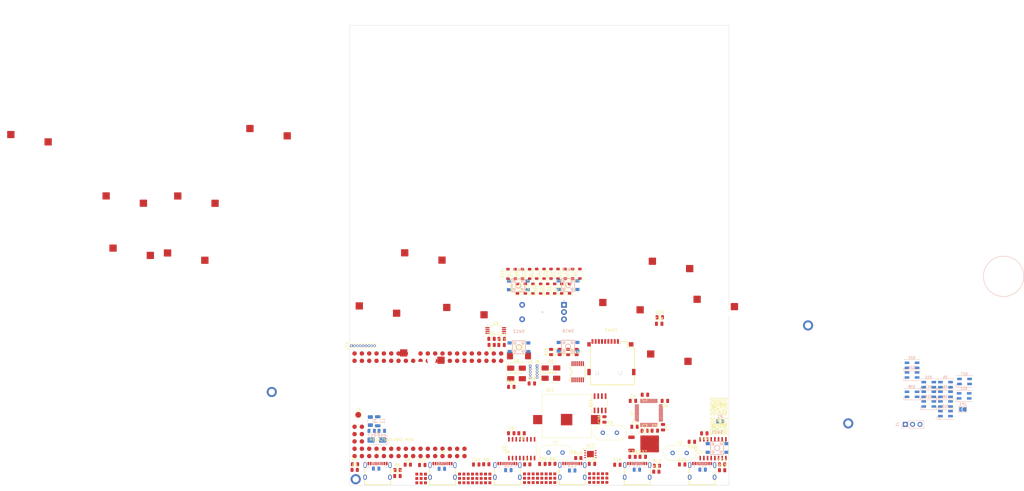
<source format=kicad_pcb>
(kicad_pcb (version 20240108) (generator "pcbnew") (generator_version "8.0")
  (title_block (title "OSCR HW5") (date "2022-06-19") (rev "5"))
  (layers (0 "F.Cu" signal) (31 "B.Cu" signal) (34 "B.Paste" user) (35 "F.Paste" user) (36 "B.SilkS" user "B.Silkscreen") (37 "F.SilkS" user "F.Silkscreen") (38 "B.Mask" user) (39 "F.Mask" user) (44 "Edge.Cuts" user))
  (property "Revision" "42")
  (net 0 "")
  (net 1 "D30")
  (net 2 "D31")
  (net 3 "D28")
  (net 4 "D29")
  (net 5 "D26")
  (net 6 "D27")
  (net 7 "D24")
  (net 8 "D25")
  (net 9 "D22")
  (net 10 "D23")
  (net 11 "D20")
  (net 12 "D21")
  (net 13 "D16")
  (net 14 "D17")
  (net 15 "D14")
  (net 16 "D15")
  (net 17 "D8")
  (net 18 "D9")
  (net 19 "D6")
  (net 20 "D7")
  (net 21 "D4")
  (net 22 "D5")
  (net 23 "D2")
  (net 24 "D3")
  (net 25 "D0")
  (net 26 "D1")
  (net 27 "RESET")
  (net 28 "+3.3VA")
  (net 29 "VCC")
  (net 30 "D46")
  (net 31 "D47")
  (net 32 "D44")
  (net 33 "D45")
  (net 34 "D42")
  (net 35 "D43")
  (net 36 "D40")
  (net 37 "D41")
  (net 38 "D38")
  (net 39 "D36")
  (net 40 "D37")
  (net 41 "D34")
  (net 42 "D32")
  (net 43 "D33")
  (net 44 "A14")
  (net 45 "A15")
  (net 46 "A12")
  (net 47 "A13")
  (net 48 "A10")
  (net 49 "A11")
  (net 50 "A8")
  (net 51 "A9")
  (net 52 "A6")
  (net 53 "A7")
  (net 54 "A4")
  (net 55 "A5")
  (net 56 "A2")
  (net 57 "A3")
  (net 58 "A0")
  (net 59 "A1")
  (net 60 "+3V3")
  (net 61 "+5V")
  (net 62 "D35")
  (net 63 "D49")
  (net 64 "D48")
  (net 65 "CLK2")
  (net 66 "CLK1")
  (net 67 "CLK0")
  (net 68 "Net-(D33-K)")
  (net 69 "+BATT")
  (net 70 "CIC DATA 0")
  (net 71 "CIC DATA 1")
  (net 72 "CIC RESET")
  (net 73 "/D-")
  (net 74 "/D+")
  (net 75 "/DA+")
  (net 76 "/DA-")
  (net 77 "/D3+")
  (net 78 "/D4+")
  (net 79 "/D1+")
  (net 80 "/D1-")
  (net 81 "/D2+")
  (net 82 "/D5+")
  (net 83 "/D6+")
  (net 84 "EncB")
  (net 85 "EncA")
  (net 86 "+12V")
  (net 87 "NRST")
  (net 88 "Net-(D3-K)")
  (net 89 "row1")
  (net 90 "Net-(D4-K)")
  (net 91 "Net-(D12-DOUT)")
  (net 92 "Net-(D11-K)")
  (net 93 "Net-(D12-DIN)")
  (net 94 "Net-(D14-K)")
  (net 95 "Net-(D21-K)")
  (net 96 "Net-(D26-K)")
  (net 97 "Net-(D31-K)")
  (net 98 "D7-")
  (net 99 "D7+")
  (net 100 "BOOT0")
  (net 101 "col0")
  (net 102 "col1")
  (net 103 "col2")
  (net 104 "col3")
  (net 105 "col4")
  (net 106 "col5")
  (net 107 "col6")
  (net 108 "col7")
  (net 109 "col8")
  (net 110 "col9")
  (net 113 "GND")
  (net 115 "Net-(J7-CC1)")
  (net 116 "Net-(J7-CC2)")
  (net 120 "Net-(J8-CC2)")
  (net 121 "Net-(J8-CC1)")
  (net 123 "Net-(J9-CC1)")
  (net 124 "Net-(J9-CC2)")
  (net 126 "Net-(J10-CC2)")
  (net 128 "Net-(J10-CC1)")
  (net 132 "Net-(J12-CC2)")
  (net 133 "Net-(J12-CC1)")
  (net 134 "Net-(U2-VDD3)")
  (net 135 "Net-(U2-VDD18)")
  (net 136 "Net-(U3-VDD3)")
  (net 137 "Net-(U3-VDD18)")
  (net 138 "Net-(D1-K)")
  (net 139 "Net-(D2-K)")
  (net 140 "Net-(D5-DIN)")
  (net 141 "Net-(D5-DOUT)")
  (net 142 "Net-(D10-DIN)")
  (net 143 "Net-(D7-K)")
  (net 144 "Net-(D9-K)")
  (net 145 "Net-(D10-DOUT)")
  (net 146 "Net-(D13-K)")
  (net 147 "Net-(D15-DOUT)")
  (net 148 "Net-(D16-K)")
  (net 149 "Net-(D17-DIN)")
  (net 150 "Net-(D18-K)")
  (net 151 "Net-(D19-DOUT)")
  (net 152 "Net-(D20-K)")
  (net 153 "Net-(D22-DIN)")
  (net 154 "Net-(D23-K)")
  (net 155 "Net-(D24-DOUT)")
  (net 156 "Net-(D25-K)")
  (net 157 "Net-(D27-DIN)")
  (net 158 "Net-(D29-K)")
  (net 174 "Net-(J11-CC1)")
  (net 176 "Net-(J11-CC2)")
  (net 177 "Net-(U9-ILIM)")
  (net 202 "Net-(U2-XIN)")
  (net 203 "Net-(U3-XIN)")
  (net 207 "Net-(U11-x2)")
  (net 209 "Net-(U11-x1)")
  (net 210 "+5.0V")
  (net 211 "Net-(Card1-DAT2)")
  (net 212 "Net-(Card1-DAT1)")
  (net 213 "Net-(Card1-DAT0)")
  (net 214 "Net-(Card1-CLX)")
  (net 215 "Net-(Card1-CD{slash}DAT3)")
  (net 216 "Net-(Card1-CMD)")
  (net 217 "Net-(Card1-CD)")
  (net 218 "Net-(U13-4A)")
  (net 219 "Net-(U13-3A)")
  (net 220 "Net-(U13-1A)")
  (net 221 "Net-(U13-2A)")
  (net 222 "D50")
  (net 223 "D53")
  (net 224 "D51")
  (net 225 "D52")
  (footprint "Diode_SMD:D_SOD-123" (layer "F.Cu") (at 89.66 116.35 90)
    (property "Reference" "D14")
    (property "Value" "1N4148W")
  )
  (footprint "Capacitor_SMD:C_0805_2012Metric" (layer "F.Cu") (at 137.53 182.44)
    (property "Reference" "C30")
    (property "Value" "1uF")
  )
  (footprint "Capacitor_SMD:C_0805_2012Metric" (layer "F.Cu") (at 78.3 155.55)
    (property "Reference" "C25")
    (property "Value" "10uf")
  )
  (footprint "Capacitor_SMD:C_0805_2012Metric" (layer "F.Cu") (at 71.4525 138.9)
    (property "Reference" "C34")
    (property "Value" "10u")
  )
  (footprint "Resistor_SMD:R_0805_2012Metric" (layer "F.Cu") (at 151.3575 182.4)
    (property "Reference" "R14")
    (property "Value" "10K")
  )
  (footprint "Diode_SMD:D_SOD-123" (layer "F.Cu") (at 94.5 116.35 90)
    (property "Reference" "D1")
    (property "Value" "1N4148W")
  )
  (footprint "Capacitor_SMD:C_0805_2012Metric" (layer "F.Cu") (at 78.29 171.63)
    (property "Reference" "C9")
    (property "Value" "10uF")
  )
  (footprint "Resistor_SMD:R_0805_2012Metric" (layer "F.Cu") (at 71.5025 141.01 180)
    (property "Reference" "R2")
    (property "Value" "560R")
  )
  (footprint "Capacitor_SMD:C_0805_2012Metric" (layer "F.Cu") (at 120.48 160.4)
    (property "Reference" "C4")
    (property "Value" "100nF")
  )
  (footprint "Capacitor_SMD:C_0805_2012Metric" (layer "F.Cu") (at 110.59 166.85 90)
    (property "Reference" "C38")
    (property "Value" "0.1u")
  )
  (footprint "Resistor_SMD:R_0805_2012Metric" (layer "F.Cu") (at 83.83 182.41)
    (property "Reference" "R7")
    (property "Value" "10K")
  )
  (footprint "TestPoint:TestPoint_Pad_D2.0mm" (layer "F.Cu") (at 25.26 165.25)
    (property "Reference" "J4")
    (property "Value" "5V USB")
  )
  (footprint "Capacitor_SMD:C_0805_2012Metric" (layer "F.Cu") (at 131.54 160.42 180)
    (property "Reference" "C6")
    (property "Value" "10uF")
  )
  (footprint "Resistor_SMD:R_0805_2012Metric" (layer "F.Cu") (at 24.13 182.37)
    (property "Reference" "R4")
    (property "Value" "10K")
  )
  (footprint "Diode_SMD:D_SOD-123" (layer "F.Cu") (at 83.18 121.5 90)
    (property "Reference" "D20")
    (property "Value" "1N4148W")
  )
  (footprint "LOGO" (layer "F.Cu") (at 150.27 162.3)
    (property "Reference" "G***")
    (property "Value" "LOGO" (hide yes))
  )
  (footprint "Capacitor_SMD:C_0805_2012Metric" (layer "F.Cu") (at 89.07 182.27)
    (property "Reference" "C20")
    (property "Value" "1uF")
  )
  (footprint "Capacitor_SMD:C_0805_2012Metric" (layer "F.Cu") (at 129.77 131.43)
    (property "Reference" "C29")
    (property "Value" "100nF")
  )
  (footprint "!MiniReader:TF-SMD_TF-PUSH" (layer "F.Cu") (at 113 145.11)
    (property "Reference" "Card1")
    (property "Value" "TF PUSH")
  )
  (footprint "Capacitor_SMD:C_0805_2012Metric" (layer "F.Cu") (at 85.43 154.36)
    (property "Reference" "C26")
    (property "Value" "10uf")
  )
  (footprint "Resistor_SMD:R_0805_2012Metric" (layer "F.Cu") (at 98.01 143.4625 90)
    (property "Reference" "R17")
    (property "Value" "3.3K")
  )
  (footprint "Capacitor_SMD:C_0805_2012Metric" (layer "F.Cu") (at 115.08 182.55)
    (property "Reference" "C18")
    (property "Value" "1uF")
  )
  (footprint "Diode_SMD:D_SMA" (layer "F.Cu") (at 92.03 152.57)
    (property "Reference" "U5")
    (property "Value" "SMAJ8.0CA-TP")
  )
  (footprint "Capacitor_SMD:C_0805_2012Metric" (layer "F.Cu") (at 123.885 179.795)
    (property "Reference" "C37")
    (property "Value" "22uf")
  )
  (footprint "Diode_SMD:D_SMA" (layer "F.Cu") (at 80.13 152.72)
    (property "Reference" "U7")
    (property "Value" "SMAJ8.0CA-TP")
  )
  (footprint "Diode_SMD:D_SOD-123" (layer "F.Cu") (at 85.81 121.5 90)
    (property "Reference" "D23")
    (property "Value" "1N4148W")
  )
  (footprint "Resistor_SMD:R_0805_2012Metric" (layer "F.Cu") (at 128.58 184.96)
    (property "Reference" "R11")
    (property "Value" "10K")
  )
  (footprint "!MiniReader:TSSOP-14_L5.0-W4.4-P0.65-LS6.4-BL" (layer "F.Cu") (at 101.34 150.3)
    (property "Reference" "U13")
    (property "Value" "74LVC125APW,118")
  )
  (footprint "Resistor_SMD:R_0805_2012Metric" (layer "F.Cu") (at 92.11 143.4625 90)
    (property "Reference" "R15")
    (property "Value" "3.3K")
  )
  (footprint "!MiniReader:USB-C-SMD_TYPE-C-6PIN-2MD-073" (layer "F.Cu") (at 144.44 184.49)
    (property "Reference" "J11")
    (property "Value" "SHOUHANTYPE-C16PIN2MD-073")
  )
  (footprint "Diode_SMD:D_SOD-123" (layer "F.Cu") (at 97.03 116.35 90)
    (property "Reference" "D31")
    (property "Value" "1N4148W")
  )
  (footprint "!MiniReader:USB-C-SMD_TYPE-C-6PIN-2MD-073" (layer "F.Cu") (at 54.45 184.5)
    (property "Reference" "J8")
    (property "Value" "SHOUHANTYPE-C16PIN2MD-073")
  )
  (footprint "Package_TO_SOT_SMD:TO-252-2" (layer "F.Cu") (at 125 175.3025)
    (property "Reference" "U10")
    (property "Value" "UZ1085L-33-TN3-R")
  )
  (footprint "Capacitor_SMD:C_0805_2012Metric" (layer "F.Cu") (at 38.84 186.46)
    (property "Reference" "C12")
    (property "Value" "1uF")
  )
  (footprint "Package_SO:SOIC-16_4.55x10.3mm_P1.27mm" (layer "F.Cu") (at 81.92 176.98 90)
    (property "Reference" "U2")
    (property "Value" "SL2.1A")
  )
  (footprint "Capacitor_SMD:C_0805_2012Metric" (layer "F.Cu") (at 74.9325 141.03)
    (property "Reference" "C27")
    (property "Value" "0.1u")
  )
  (footprint "Diode_SMD:D_SOD-123" (layer "F.Cu") (at 77.15 116.4 90)
    (property "Reference" "D16")
    (property "Value" "1N4148W")
  )
  (footprint "Resistor_SMD:R_0805_2012Metric" (layer "F.Cu") (at 128.78 182.9)
    (property "Reference" "R12")
    (property "Value" "10K")
  )
  (footprint "Capacitor_SMD:C_0805_2012Metric" (layer "F.Cu") (at 140.9 174.59 180)
    (property "Reference" "C11")
    (property "Value" "10uF")
  )
  (footprint "!MiniReader:USB-C-SMD_TYPE-C-6PIN-2MD-073" (layer "F.Cu") (at 99.44 184.49)
    (property "Reference" "J10")
    (property "Value" "SHOUHANTYPE-C16PIN2MD-073")
  )
  (footprint "Capacitor_Tantalum_SMD:CP_EIA-7343-31_Kemet-D" (layer "F.Cu") (at 80.9825 144.73)
    (property "Reference" "C36")
    (property "Value" "470u")
  )
  (footprint "Resistor_SMD:R_0805_2012Metric" (layer "F.Cu") (at 24.03 184.33)
    (property "Reference" "R3")
    (property "Value" "10K")
  )
  (footprint "!MiniReader:USB-C-SMD_TYPE-C-6PIN-2MD-073" (layer "F.Cu") (at 31.94 184.5)
    (property "Reference" "J7")
    (property "Value" "SHOUHANTYPE-C16PIN2MD-073")
  )
  (footprint "Diode_SMD:D_SMA" (layer "F.Cu") (at 80.11 149.07)
    (property "Reference" "U8")
    (property "Value" "SMAJ8.0CA-TP")
  )
  (footprint "Diode_SMD:D_SOD-123" (layer "F.Cu") (at 102.08 116.35 90)
    (property "Reference" "D2")
    (property "Value" "1N4148W")
  )
  (footprint "Package_SO:SOIC-8_3.9x4.9mm_P1.27mm" (layer "F.Cu") (at 109.075 161.245 90)
    (property "Reference" "U11")
    (property "Value" "DS1307DTR(XBLW)")
  )
  (footprint "Diode_SMD:D_SOD-123" (layer "F.Cu") (at 84.67 116.4 90)
    (property "Reference" "D13")
    (property "Value" "1N4148W")
  )
  (footprint "Resistor_SMD:R_0805_2012Metric" (layer "F.Cu") (at 69.63 182.37)
    (property "Reference" "R8")
    (property "Value" "10K")
  )
  (footprint "Diode_SMD:D_SOD-123" (layer "F.Cu") (at 79.69 116.4 90)
    (property "Reference" "D7")
    (property "Value" "1N4148W")
  )
  (footprint "Diode_SMD:D_SMA" (layer "F.Cu") (at 92.06 149)
    (property "Reference" "U6")
    (property "Value" "SMAJ8.0CA-TP")
  )
  (footprint "Resistor_SMD:R_0805_2012Metric" (layer "F.Cu") (at 101.5275 180.22)
    (property "Reference" "R10")
    (property "Value" "10K")
  )
  (footprint "Capacitor_SMD:C_0805_2012Metric" (layer "F.Cu") (at 47.45 182.63)
    (property "Reference" "C22")
    (property "Value" "1uF")
  )
  (footprint "!MiniReader:USB-C-SMD_TYPE-C-6PIN-2MD-073" (layer "F.Cu") (at 121.94 184.49)
    (property "Reference" "J12")
    (property "Value" "SHOUHANTYPE-C16PIN2MD-073")
  )
  (footprint "Diode_SMD:D_SOD-123" (layer "F.Cu") (at 93.35 121.5 90)
    (property "Reference" "D3")
    (property "Value" "1N4148W")
  )
  (footprint "Capacitor_SMD:C_0805_2012Metric" (layer "F.Cu") (at 130.9 169.54 -90)
    (property "Reference" "C7")
    (property "Value" "100nF")
  )
  (footprint "Capacitor_SMD:C_0805_2012Metric" (layer "F.Cu") (at 129.57 133.68)
    (property "Reference" "C28")
    (property "Value" "100nF")
  )
  (footprint "Capacitor_SMD:C_0805_2012Metric" (layer "F.Cu") (at 66.15 182.46)
    (property "Reference" "C14")
    (property "Value" "1uF")
  )
  (footprint "Diode_SMD:D_SOD-123" (layer "F.Cu") (at 80.44 121.5 90)
    (property "Reference" "D18")
    (property "Value" "1N4148W")
  )
  (footprint "Capacitor_SMD:C_0805_2012Metric" (layer "F.Cu") (at 120.325 179.795)
    (property "Reference" "C35")
    (property "Value" "22uf")
  )
  (footprint "LOGO" (layer "F.Cu") (at 150.28 169.16)
    (property "Reference" "G***")
    (property "Value" "LOGO" (hide yes))
  )
  (footprint "Package_DFN_QFN:DFN-8-1EP_4x4mm_P0.8mm_EP2.39x2.21mm" (layer "F.Cu") (at 105.715 178.86)
    (property "Reference" "U12")
    (property "Value" "snesCIC PIC12F629T-E/MF1")
  )
  (footprint "Crystal:Crystal_HC49-4H_Vertical" (layer "F.Cu") (at 110.03 171.46)
    (property "Reference" "Y3")
    (property "Value" "32.768mhz")
  )
  (footprint "!OSCR:CR1616" (layer "F.Cu") (at 97.48 166.9)
    (property "Reference" "BT1")
    (property "Value" "CR1616")
  )
  (footprint "MountingHole:MountingHole_2.2mm_M2_ISO7380_Pad" (layer "F.Cu") (at 195.1 168.21 180)
    (property "Reference" "M2_4" (hide yes))
    (property "Value" "Screw_Terminal_01x01")
  )
  (footprint "Diode_SMD:D_SOD-123" (layer "F.Cu") (at 87.13 116.35 90)
    (property "Reference" "D11")
    (property "Value" "1N4148W")
  )
  (footprint "Diode_SMD:D_SOD-123" (layer "F.Cu") (at 92.08 116.35 90)
    (property "Reference" "D26")
    (property "Value" "1N4148W")
  )
  (footprint "Diode_SMD:D_SOD-123" (layer "F.Cu") (at 98.49 121.5075 90)
    (property "Reference" "D33")
    (property "Value" "1N4148W")
  )
  (footprint "!MiniReader:Secondary_Board_Connector" (layer "F.Cu") (at 54.37 189.74)
    (property "Reference" "J3" (hide yes))
    (property "Value" "Conn_02x36" (hide yes))
  )
  (footprint "Resistor_SMD:R_0805_2012Metric" (layer "F.Cu") (at 151.38 184.44)
    (property "Reference" "R13")
    (property "Value" "10K")
  )
  (footprint "Connector_PinHeader_1.00mm:PinHeader_1x05_P1.00mm_Vertical" (layer "F.Cu") (at 84.87 148.33)
    (property "Reference" "J5")
    (property "Value" "Conn_01x05")
  )
  (footprint "Connector_PinHeader_1.00mm:PinHeader_1x05_P1.00mm_Vertical" (layer "F.Cu") (at 87.24 148.29)
    (property "Reference" "J6")
    (property "Value" "Conn_01x05")
  )
  (footprint "Resistor_SMD:R_0805_2012Metric" (layer "F.Cu") (at 95.06 143.4625 90)
    (property "Reference" "R16")
    (property "Value" "3.3K")
  )
  (footprint "!MiniReader:MEGA2560_PRO_EMBED_SMD" (layer "F.Cu") (at 49.38 145.125)
    (property "Reference" "J2" (hide yes))
    (property "Value" "MEGA BOTTOM")
  )
  (footprint "Crystal:Crystal_HC49-4H_Vertical" (layer "F.Cu") (at 134.22 178.47)
    (property "Reference" "Y2")
    (property "Value" "12mhz")
  )
  (footprint "Capacitor_SMD:C_0805_2012Metric" (layer "F.Cu") (at 121.02 169.38)
    (property "Reference" "C1")
    (property "Value" "100nF")
  )
  (footprint "Resistor_SMD:R_0805_2012Metric" (layer "F.Cu") (at 100.96 143.4625 90)
    (property "Reference" "R18")
    (property "Value" "3.3K")
  )
  (footprint "Diode_SMD:D_SOD-123" (layer "F.Cu") (at 88.51 121.5 90)
    (property "Reference" "D29")
    (property "Value" "1N4148W")
  )
  (footprint "Capacitor_SMD:C_0805_2012Metric" (layer "F.Cu") (at 128.05 170.74)
    (property "Reference" "C5")
    (property "Value" "100nF")
  )
  (footprint "Capacitor_SMD:C_0805_2012Metric" (layer "F.Cu") (at 74.9725 138.93)
    (property "Reference" "C23")
    (property "Value" "0.1u")
  )
  (footprint "!MiniReader:USB-C-SMD_TYPE-C-6PIN-2MD-073" (layer "F.Cu") (at 76.94 184.5)
    (property "Reference" "J9")
    (property "Value" "SHOUHANTYPE-C16PIN2MD-073")
  )
  (footprint "MountingHole:MountingHole_2.2mm_M2_ISO7380_Pad" (layer "F.Cu") (at 181.17 134.25 180)
    (property "Reference" "M2_2" (hide yes))
    (property "Value" "Screw_Terminal_01x01")
  )
  (footprint "Capacitor_SMD:C_0805_2012Metric" (layer "F.Cu") (at 124.57 170.77)
    (property "Reference" "C3")
    (property "Value" "100nF")
  )
  (footprint "Package_SO:TSSOP-8_4.4x3mm_P0.65mm" (layer "F.Cu") (at 72.91 136.01)
    (property "Reference" "U9")
    (property "Value" "TPS2113PW")
  )
  (footprint "Crystal:Crystal_HC49-4H_Vertical" (layer "F.Cu") (at 91.2 178.33)
    (property "Reference" "Y1")
    (property "Value" "12mhz")
  )
  (footprint "Resistor_SMD:R_0805_2012Metric" (layer "F.Cu") (at 38.8875 184.37)
    (property "Reference" "R5")
    (property "Value" "10K")
  )
  (footprint "Diode_SMD:D_SOD-123" (layer "F.Cu") (at 82.18 116.4 90)
    (property "Reference" "D9")
    (property "Value" "1N4148W")
  )
  (footprint "Capacitor_SMD:C_0805_2012Metric" (layer "F.Cu") (at 81.85 171.63 180)
    (property "Reference" "C8")
    (property "Value" "10uF")
  )
  (footprint "Capacitor_SMD:C_0805_2012Metric" (layer "F.Cu") (at 124.63 158.29 180)
    (property "Reference" "C2")
    (property "Value" "100nF")
  )
  (footprint "Diode_SMD:D_SOD-123" (layer "F.Cu") (at 99.56 116.35 90)
    (property "Reference" "D21")
    (property "Value" "1N4148W")
  )
  (footprint "Connector_PinHeader_1.00mm:PinHeader_1x09_P1.00mm_Vertical" (layer "F.Cu") (at 22.93 141.31 90)
    (property "Reference" "J14")
    (property "Value" "Conn_01x09")
  )
  (footprint "Diode_SMD:D_SOD-123" (layer "F.Cu") (at 95.78 121.5 90)
    (property "Reference" "D4")
    (property "Value" "1N4148W")
  )
  (footprint "Resistor_SMD:R_0805_2012Metric" (layer "F.Cu") (at 92.54 182.22)
    (property "Reference" "R9")
    (property "Value" "10K")
  )
  (footprint "Package_QFP:LQFP-48_7x7mm_P0.5mm" (layer "F.Cu") (at 126 164.59 90)
    (property "Reference" "U1")
    (property "Value" "STM32F072CBT6")
  )
  (footprint "Capacitor_SMD:C_0805_2012Metric" (layer "F.Cu") (at 145.2 171.66 180)
    (property "Reference" "C10")
    (property "Value" "10uF")
  )
  (footprint "Package_SO:SOIC-16_4.55x10.3mm_P1.27mm" (layer "F.Cu") (at 148.24 176.99 90)
    (property "Reference" "U3")
    (property "Value" "SL2.1A")
  )
  (footprint "Capacitor_SMD:C_0805_2012Metric" (layer "F.Cu") (at 106.27 182.24)
    (property "Reference" "C39")
    (property "Value" "C_Small_0.1uf")
  )
  (footprint "Diode_SMD:D_SOD-123" (layer "F.Cu") (at 90.93 121.5 90)
    (property "Reference" "D25")
    (property "Value" "1N4148W")
  )
  (footprint "Resistor_SMD:R_0805_2012Metric" (layer "F.Cu") (at 42.44 182.51)
    (property "Reference" "R6")
    (property "Value" "10K")
  )
  (footprint "!MiniReader:SW-SMD_4P-L4.5-W4.5-P3.00-LS6.8" (layer "B.Cu") (at 149.65 176.73 180)
    (property "Reference" "SW21")
    (property "Value" "SKQGABE010")
  )
  (footprint "!MiniReader:LED_SK6812MINI_PLCC4_3.5x3.5mm_P1.75mm" (layer "B.Cu") (at 223.01 158.125 180)
    (property "Reference" "D17")
    (property "Value" "SK6812MINI")
  )
  (footprint "!MiniReader:LED_SK6812MINI_PLCC4_3.5x3.5mm_P1.75mm" (layer "B.Cu") (at 217.215 158.125 180)
    (property "Reference" "D28")
    (property "Value" "SK6812MINI")
  )
  (footprint "!MiniReader:RotaryEncoder_EC11_no_mp" (layer "B.Cu") (at 89.08 129.62 180)
    (property "Reference" "SW22")
    (property "Value" "Rotary_Encoder_Switch")
  )
  (footprint "MX_Hotswap:MX-Hotswap-1U" (layer "B.Cu") (at -6.45 71.08 180)
    (property "Reference" "SW19")
    (property "Value" "r1")
  )
  (footprint "MX_Hotswap:MX-Hotswap-1U" (layer "B.Cu") (at 61.78 133.1 180)
    (property "Reference" "SW7")
    (property "Value" "right")
  )
  (footprint "Capacitor_SMD:C_0805_2012Metric" (layer "B.Cu") (at 77.29 184.41 180)
    (property "Reference" "C16")
    (property "Value" "100nF")
  )
  (footprint "Connector_PinSocket_2.54mm:PinSocket_1x03_P2.54mm_Vertical" (layer "B.Cu") (at 214.875 168.55 -90)
    (property "Reference" "J1")
    (property "Value" "Conn_01x03_Female")
  )
  (footprint "!MiniReader:LED_SK6812MINI_PLCC4_3.5x3.5mm_P1.75mm" (layer "B.Cu") (at 217.215 148.075 180)
    (property "Reference" "D22")
    (property "Value" "SK6812MINI")
  )
  (footprint "!MiniReader:LED_SK6812MINI_PLCC4_3.5x3.5mm_P1.75mm" (layer "B.Cu") (at 223.01 161.475 180)
    (property "Reference" "D19")
    (property "Value" "SK6812MINI")
  )
  (footprint "MX_Hotswap:MX-Hotswap-1U" (layer "B.Cu") (at 115.875 131.38 180)
    (property "Reference" "SW13")
    (property "Value" "c")
  )
  (footprint "!MiniReader:LED_SK6812MINI_PLCC4_3.5x3.5mm_P1.75mm" (layer "B.Cu") (at 235.285 158.67 180)
    (property "Reference" "D12")
    (property "Value" "SK6812MINI")
  )
  (footprint "MX_Hotswap:MX-Hotswap-1U" (layer "B.Cu") (at 132.465 149.24 180)
    (property "Reference" "SW11")
    (property "Value" "b")
  )
  (footprint "Capacitor_SMD:C_0805_2012Metric" (layer "B.Cu") (at 54.23 183.95 180)
    (property "Reference" "C31")
    (property "Value" "100nF")
  )
  (footprint "MX_Hotswap:MX-Hotswap-1U" (layer "B.Cu") (at 31.465 132.57 180)
    (property "Reference" "SW5")
    (property "Value" "left")
  )
  (footprint "MountingHole:MountingHole_2.2mm_M2_ISO7380_Pad" (layer "B.Cu") (at -4.72 157.32)
    (property "Reference" "M2_1" (hide yes))
    (property "Value" "Screw_Terminal_01x01")
  )
  (footprint "Capacitor_SMD:C_0805_2012Metric" (layer "B.Cu") (at 144.62 184.25 180)
    (property "Reference" "C24")
    (property "Value" "100nF")
  )
  (footprint "Capacitor_SMD:C_0805_2012Metric" (layer "B.Cu") (at 99.41 184.53 180)
    (property "Reference" "C13")
    (property "Value" "100nF")
  )
  (footprint "!MiniReader:LED_SK6812MINI_PLCC4_3.5x3.5mm_P1.75mm" (layer "B.Cu") (at 228.805 154.775 180)
    (property "Reference" "D5")
    (property "Value" "SK6812MINI")
  )
  (footprint "MX_Hotswap:MX-Hotswap-1U" (layer "B.Cu") (at -56.29 94.44 180)
    (property "Reference" "SW2")
    (property "Value" "l2h")
  )
  (footprint "!MiniReader:LED_SK6812MINI_PLCC4_3.5x3.5mm_P1.75mm" (layer "B.Cu") (at 223.01 154.775 180)
    (property "Reference" "D15")
    (property "Value" "SK6812MINI")
  )
  (footprint "MX_Hotswap:MX-Hotswap-1U" (layer "B.Cu") (at -31.46 94.46 180)
    (property "Reference" "SW4")
    (property "Value" "l2l")
  )
  (footprint "!MiniReader:SW-SMD_4P-L4.5-W4.5-P3.00-LS6.8" (layer "B.Cu") (at 80.96 141.82 180)
    (property "Reference" "SW12")
    (property "Value" "SKQGABE010")
  )
  (footprint "MX_Hotswap:MX-Hotswap-1U" (layer "B.Cu") (at 47.205 114.16 180)
    (property "Reference" "SW1")
    (property "Value" "up")
  )
  (footprint "MX_Hotswap:MX-Hotswap-1U" (layer "B.Cu") (at -53.895 112.53 180)
    (property "Reference" "SW6")
    (property "Value" "r2h")
  )
  (footprint "!MiniReader:SW-SMD_4P-L4.5-W4.5-P3.00-LS6.8" (layer "B.Cu") (at 97.98 120.29 180)
    (property "Reference" "SW10")
    (property "Value" "SKQGABE010")
  )
  (footprint "MX_Hotswap:MX-Hotswap-1U" (layer "B.Cu") (at 133.055 117.09 180)
    (property "Reference" "SW15")
    (property "Value" "d")
  )
  (footprint "MX_Hotswap:MX-Hotswap-1U" (layer "B.Cu") (at 148.56 130.2748 180)
    (property "Reference" "SW9")
    (property "Value" "a")
  )
  (footprint "MX_Hotswap:MX-Hotswap-1U" (layer "B.Cu") (at -89.32 73.17 180)
    (property "Reference" "SW17")
    (property "Value" "l1")
  )
  (footprint "!MiniReader:LED_SK6812MINI_PLCC4_3.5x3.5mm_P1.75mm" (layer "B.Cu") (at 235.4 153.67 180)
    (property "Reference" "D27")
    (property "Value" "SK6812MINI")
  )
  (footprint "Capacitor_SMD:C_0805_2012Metric" (layer "B.Cu") (at 121.85 184.25 180)
    (property "Reference" "C21")
    (property "Value" "100nF")
  )
  (footprint "MountingHole:MountingHole_2.2mm_M2_ISO7380_Pad" (layer "B.Cu") (at 24.38 187.56)
    (property "Reference" "M2_3" (hide yes))
    (property "Value" "Screw_Terminal_01x01")
  )
  (footprint "Inductor_SMD:L_1206_3216Metric" (layer "B.Cu") (at 32.0175 167.47 90)
    (property "Reference" "L1")
    (property "Value" "60R@100MHz")
  )
  (footprint "Capacitor_SMD:C_0805_2012Metric" (layer "B.Cu") (at 31.46 183.87 180)
    (property "Reference" "C19")
    (property "Value" "100nF")
  )
  (footprint "!MiniReader:SW-SMD_4P-L4.5-W4.5-P3.00-LS6.8" (layer "B.Cu") (at 97.98 141.65 180)
    (property "Reference" "SW16")
    (property "Value" "SKQGABE010")
  )
  (footprint "Diode_SMD:D_SMA" (layer "B.Cu") (at 31.7075 173.99 180)
    (property "Reference" "U4")
    (property "Value" "SMAJ8.0CA-TP")
  )
  (footprint "!MiniReader:LED_SK6812MINI_PLCC4_3.5x3.5mm_P1.75mm" (layer "B.Cu") (at 217.215 151.425 180)
    (property "Reference" "D24")
    (property "Value" "SK6812MINI")
  )
  (footprint "!MiniReader:LED_SK6812MINI_PLCC4_3.5x3.5mm_P1.75mm" (layer "B.Cu") (at 228.805 164.825 180)
    (property "Reference" "D10")
    (property "Value" "SK6812MINI")
  )
  (footprint "Capacitor_SMD:C_0805_2012Metric" (layer "B.Cu") (at 29.92 170.81)
    (property "Reference" "C17")
    (property "Value" "100nf")
  )
  (footprint "MX_Hotswap:MX-Hotswap-1U" (layer "B.Cu") (at 46.845 148.8548 180)
    (property "Reference" "SW3")
    (property "Value" "down")
  )
  (footprint "Fuse:Fuse_1206_3216Metric" (layer "B.Cu") (at 29.4575 167.41 90)
    (property "Reference" "F1")
    (property "Value" "MF-NSMF150-2")
  )
  (footprint "!MiniReader:LED_SK6812MINI_PLCC4_3.5x3.5mm_P1.75mm" (layer "B.Cu") (at 228.805 161.475 180)
    (property "Reference" "D8")
    (property "Value" "SK6812MINI")
  )
  (footprint "Jumper:SolderJumper-2_P1.3mm_Open_TrianglePad1.0x1.5mm" (layer "B.Cu") (at 234.82 163.36 180)
    (property "Reference" "JP1")
    (property "Value" "Jumper_2_Open")
  )
  (footprint "Resistor_SMD:R_0805_2012Metric" (layer "B.Cu") (at 150.67 167.52 180)
    (property "Reference" "R1")
    (property "Value" "10k")
  )
  (footprint "MX_Hotswap:MX-Hotswap-1U" (layer "B.Cu") (at -35.005 114.21 180)
    (property "Reference" "SW8")
    (property "Value" "r2l")
  )
  (footprint "!MiniReader:LED_SK6812MINI_PLCC4_3.5x3.5mm_P1.75mm" (layer "B.Cu") (at 228.805 158.125 180)
    (property "Reference" "D6")
    (property "Value" "SK6812MINI")
  )
  (footprint "Capacitor_SMD:C_0805_2012Metric" (layer "B.Cu") (at 33.42 170.82)
    (property "Reference" "C15")
    (property "Value" "100nf")
  )
  (footprint "!MiniReader:SW-SMD_4P-L4.5-W4.5-P3.00-LS6.8" (layer "B.Cu") (at 80.75 120.36 180)
    (property "Reference" "SW14")
    (property "Value" "SKQGABE010")
  )
  (gr_circle (center 120.920001 152.242799) (end 120.920001 152.252799) (stroke (width 0.0001)) (fill solid) (layer "B.SilkS"))
  (gr_circle (center 160.12 166.327) (end 160.11 166.327) (stroke (width 0.0001)) (fill solid) (layer "B.SilkS"))
  (gr_circle (center 248.95 117.24) (end 255.95 117.24) (stroke (width 0.15)) (fill none) (layer "B.SilkS"))
  (gr_circle (center 105.75 172.815) (end 105.74 172.815) (stroke (width 0.0001)) (fill solid) (layer "B.SilkS"))
  (gr_circle (center 22.17 158.195) (end 22.18 158.195) (stroke (width 0.0001)) (fill solid) (layer "B.SilkS"))
  (gr_circle (center 19.17 141.49) (end 19.17 141.5) (stroke (width 0.0001)) (fill solid) (layer "B.SilkS"))
  (gr_rect (start 22.25 30.255) (end 153.75 189.63) (stroke (width 0.1)) (fill none) (layer "Edge.Cuts"))
)
</source>
